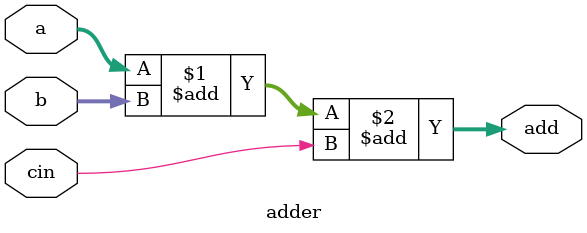
<source format=sv>
module adder(input logic [2:0] a,
    input logic [2:0] b,
    input logic cin,
    output logic [3:0]add);

    assign add = a + b + cin;

endmodule
</source>
